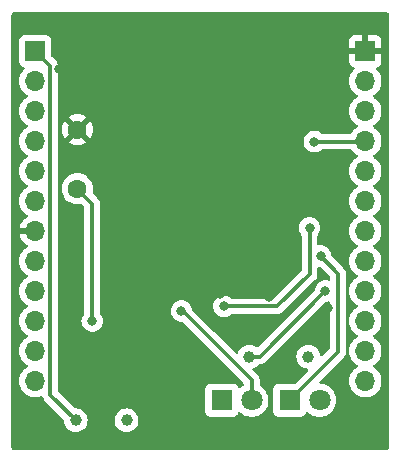
<source format=gbr>
%TF.GenerationSoftware,KiCad,Pcbnew,8.0.3*%
%TF.CreationDate,2024-07-23T20:10:18-07:00*%
%TF.ProjectId,BM-83 Carrier PCB,424d2d38-3320-4436-9172-726965722050,rev?*%
%TF.SameCoordinates,Original*%
%TF.FileFunction,Copper,L2,Bot*%
%TF.FilePolarity,Positive*%
%FSLAX46Y46*%
G04 Gerber Fmt 4.6, Leading zero omitted, Abs format (unit mm)*
G04 Created by KiCad (PCBNEW 8.0.3) date 2024-07-23 20:10:18*
%MOMM*%
%LPD*%
G01*
G04 APERTURE LIST*
%TA.AperFunction,ComponentPad*%
%ADD10C,1.000000*%
%TD*%
%TA.AperFunction,ComponentPad*%
%ADD11R,1.800000X1.800000*%
%TD*%
%TA.AperFunction,ComponentPad*%
%ADD12C,1.800000*%
%TD*%
%TA.AperFunction,ComponentPad*%
%ADD13R,1.700000X1.700000*%
%TD*%
%TA.AperFunction,ComponentPad*%
%ADD14O,1.700000X1.700000*%
%TD*%
%TA.AperFunction,ComponentPad*%
%ADD15C,1.600000*%
%TD*%
%TA.AperFunction,ViaPad*%
%ADD16C,0.800000*%
%TD*%
%TA.AperFunction,Conductor*%
%ADD17C,0.304800*%
%TD*%
G04 APERTURE END LIST*
D10*
%TO.P,RX1,1,1*%
%TO.N,Net-(J2-Pin_10)*%
X155200000Y-95200000D03*
%TD*%
%TO.P,TX1,1,1*%
%TO.N,Net-(J2-Pin_9)*%
X150200000Y-95200000D03*
%TD*%
%TO.P,Aud1,1,1*%
%TO.N,Net-(J1-Pin_1)*%
X135500000Y-100600000D03*
%TD*%
%TO.P,Aud2,1,1*%
%TO.N,Net-(J1-Pin_2)*%
X139800000Y-100600000D03*
%TD*%
D11*
%TO.P,D2,1,K*%
%TO.N,Net-(D2-K)*%
X147860000Y-98900000D03*
D12*
%TO.P,D2,2,A*%
%TO.N,Net-(D1-A)*%
X150400000Y-98900000D03*
%TD*%
D11*
%TO.P,D1,1,K*%
%TO.N,Net-(D1-K)*%
X153600000Y-98900000D03*
D12*
%TO.P,D1,2,A*%
%TO.N,Net-(D1-A)*%
X156140000Y-98900000D03*
%TD*%
D13*
%TO.P,J2,1,Pin_1*%
%TO.N,GND*%
X160020000Y-69342000D03*
D14*
%TO.P,J2,2,Pin_2*%
%TO.N,Net-(J2-Pin_2)*%
X160020000Y-71882000D03*
%TO.P,J2,3,Pin_3*%
%TO.N,Net-(J2-Pin_3)*%
X160020000Y-74422000D03*
%TO.P,J2,4,Pin_4*%
%TO.N,Net-(J2-Pin_4)*%
X160020000Y-76962000D03*
%TO.P,J2,5,Pin_5*%
%TO.N,unconnected-(J2-Pin_5-Pad5)*%
X160020000Y-79502000D03*
%TO.P,J2,6,Pin_6*%
%TO.N,unconnected-(J2-Pin_6-Pad6)*%
X160020000Y-82042000D03*
%TO.P,J2,7,Pin_7*%
%TO.N,Net-(J2-Pin_7)*%
X160020000Y-84582000D03*
%TO.P,J2,8,Pin_8*%
%TO.N,unconnected-(J2-Pin_8-Pad8)*%
X160020000Y-87122000D03*
%TO.P,J2,9,Pin_9*%
%TO.N,Net-(J2-Pin_9)*%
X160020000Y-89662000D03*
%TO.P,J2,10,Pin_10*%
%TO.N,Net-(J2-Pin_10)*%
X160020000Y-92202000D03*
%TO.P,J2,11,Pin_11*%
%TO.N,unconnected-(J2-Pin_11-Pad11)*%
X160020000Y-94742000D03*
%TO.P,J2,12,Pin_12*%
%TO.N,unconnected-(J2-Pin_12-Pad12)*%
X160020000Y-97282000D03*
%TD*%
D13*
%TO.P,J1,1,Pin_1*%
%TO.N,Net-(J1-Pin_1)*%
X132080000Y-69342000D03*
D14*
%TO.P,J1,2,Pin_2*%
%TO.N,Net-(J1-Pin_2)*%
X132080000Y-71882000D03*
%TO.P,J1,3,Pin_3*%
%TO.N,unconnected-(J1-Pin_3-Pad3)*%
X132080000Y-74422000D03*
%TO.P,J1,4,Pin_4*%
%TO.N,unconnected-(J1-Pin_4-Pad4)*%
X132080000Y-76962000D03*
%TO.P,J1,5,Pin_5*%
%TO.N,Net-(J1-Pin_5)*%
X132080000Y-79502000D03*
%TO.P,J1,6,Pin_6*%
%TO.N,Net-(J1-Pin_6)*%
X132080000Y-82042000D03*
%TO.P,J1,7,Pin_7*%
%TO.N,GND*%
X132080000Y-84582000D03*
%TO.P,J1,8,Pin_8*%
%TO.N,Net-(J1-Pin_8)*%
X132080000Y-87122000D03*
%TO.P,J1,9,Pin_9*%
%TO.N,unconnected-(J1-Pin_9-Pad9)*%
X132080000Y-89662000D03*
%TO.P,J1,10,Pin_10*%
%TO.N,Net-(J1-Pin_10)*%
X132080000Y-92202000D03*
%TO.P,J1,11,Pin_11*%
%TO.N,Net-(D1-A)*%
X132080000Y-94742000D03*
%TO.P,J1,12,Pin_12*%
%TO.N,Net-(J1-Pin_12)*%
X132080000Y-97282000D03*
%TD*%
D15*
%TO.P,C1,1*%
%TO.N,Net-(J1-Pin_10)*%
X135636000Y-80986000D03*
%TO.P,C1,2*%
%TO.N,GND*%
X135636000Y-75986000D03*
%TD*%
D16*
%TO.N,GND*%
X139700000Y-95800000D03*
X142100000Y-76700000D03*
X135700000Y-84500000D03*
X156900000Y-91100000D03*
X147700000Y-89900000D03*
X148100000Y-68600000D03*
X142800000Y-70000000D03*
X149860000Y-85090000D03*
X141986000Y-72898000D03*
X155700000Y-75200000D03*
X142100000Y-101000000D03*
X157200000Y-84400000D03*
X157226000Y-75184000D03*
X155300000Y-71300000D03*
X142500000Y-84700000D03*
X143000000Y-81100000D03*
X156400000Y-68400000D03*
X139500000Y-93400000D03*
X139100000Y-90300000D03*
X135200000Y-96000000D03*
X155700000Y-81900000D03*
X135636000Y-68834000D03*
X144900000Y-98400000D03*
X135300000Y-93600000D03*
X134112000Y-70866000D03*
X135100000Y-88900000D03*
X142700000Y-91500000D03*
X148600000Y-74200000D03*
X159800000Y-101100000D03*
X134874000Y-73406000D03*
X142800000Y-94800000D03*
X156900000Y-79800000D03*
X146300000Y-85000000D03*
X148200000Y-78200000D03*
X152900000Y-95200000D03*
X151892000Y-90170000D03*
X147400000Y-81700000D03*
%TO.N,Net-(J1-Pin_10)*%
X136900000Y-92202000D03*
%TO.N,Net-(D1-A)*%
X144450000Y-91350000D03*
%TO.N,Net-(D1-K)*%
X156223973Y-86676027D03*
%TO.N,Net-(D2-K)*%
X148050000Y-90950000D03*
X155300000Y-84300000D03*
%TO.N,Net-(J2-Pin_9)*%
X156638000Y-89662000D03*
%TO.N,Net-(J2-Pin_4)*%
X155700000Y-77000000D03*
%TD*%
D17*
%TO.N,Net-(J1-Pin_1)*%
X135500000Y-100600000D02*
X133359600Y-98459600D01*
X133359600Y-98459600D02*
X133359600Y-70621600D01*
X133359600Y-70621600D02*
X132080000Y-69342000D01*
%TO.N,Net-(J1-Pin_10)*%
X136900000Y-92202000D02*
X136900000Y-82250000D01*
X136900000Y-82250000D02*
X135636000Y-80986000D01*
%TO.N,Net-(D1-A)*%
X144450000Y-91350000D02*
X144550000Y-91350000D01*
X150400000Y-97200000D02*
X150400000Y-98900000D01*
X144550000Y-91350000D02*
X150400000Y-97200000D01*
%TO.N,Net-(D1-K)*%
X157724400Y-94775600D02*
X153600000Y-98900000D01*
X157724400Y-88176454D02*
X157724400Y-94775600D01*
X156223973Y-86676027D02*
X157724400Y-88176454D01*
%TO.N,Net-(D2-K)*%
X155300000Y-84300000D02*
X155300000Y-88200000D01*
X155300000Y-88200000D02*
X152550000Y-90950000D01*
X152550000Y-90950000D02*
X148050000Y-90950000D01*
%TO.N,Net-(J2-Pin_9)*%
X156638000Y-89662000D02*
X151100000Y-95200000D01*
X151100000Y-95200000D02*
X150200000Y-95200000D01*
%TO.N,Net-(J2-Pin_4)*%
X159982000Y-77000000D02*
X160020000Y-76962000D01*
X155700000Y-77000000D02*
X159982000Y-77000000D01*
%TD*%
%TA.AperFunction,Conductor*%
%TO.N,GND*%
G36*
X161810170Y-66042421D02*
G01*
X161836458Y-66047649D01*
X161870621Y-66054445D01*
X161916037Y-66073257D01*
X161956768Y-66100472D01*
X161991527Y-66135231D01*
X162018741Y-66175959D01*
X162037554Y-66221378D01*
X162049579Y-66281829D01*
X162052000Y-66306411D01*
X162052000Y-102857588D01*
X162049579Y-102882170D01*
X162037554Y-102942621D01*
X162018741Y-102988040D01*
X161991530Y-103028765D01*
X161956765Y-103063530D01*
X161916040Y-103090741D01*
X161870622Y-103109554D01*
X161832376Y-103117162D01*
X161810169Y-103121579D01*
X161785589Y-103124000D01*
X130314411Y-103124000D01*
X130289829Y-103121579D01*
X130229378Y-103109554D01*
X130183959Y-103090741D01*
X130143231Y-103063527D01*
X130108472Y-103028768D01*
X130081257Y-102988037D01*
X130062445Y-102942619D01*
X130050421Y-102882168D01*
X130048000Y-102857588D01*
X130048000Y-71882000D01*
X130716844Y-71882000D01*
X130735437Y-72106375D01*
X130790702Y-72324612D01*
X130790703Y-72324613D01*
X130881141Y-72530793D01*
X131004275Y-72719265D01*
X131004279Y-72719270D01*
X131156762Y-72884908D01*
X131211331Y-72927381D01*
X131334424Y-73023189D01*
X131367680Y-73041186D01*
X131418071Y-73091200D01*
X131433423Y-73160516D01*
X131408862Y-73227129D01*
X131367680Y-73262813D01*
X131334426Y-73280810D01*
X131334424Y-73280811D01*
X131156762Y-73419091D01*
X131004279Y-73584729D01*
X131004275Y-73584734D01*
X130881141Y-73773206D01*
X130790703Y-73979386D01*
X130790702Y-73979387D01*
X130735437Y-74197624D01*
X130716844Y-74422000D01*
X130735437Y-74646375D01*
X130790702Y-74864612D01*
X130790703Y-74864613D01*
X130790704Y-74864616D01*
X130881140Y-75070791D01*
X130881141Y-75070793D01*
X131004275Y-75259265D01*
X131004279Y-75259270D01*
X131156762Y-75424908D01*
X131211331Y-75467381D01*
X131334424Y-75563189D01*
X131367680Y-75581186D01*
X131418071Y-75631200D01*
X131433423Y-75700516D01*
X131408862Y-75767129D01*
X131367680Y-75802813D01*
X131334426Y-75820810D01*
X131334424Y-75820811D01*
X131156762Y-75959091D01*
X131004279Y-76124729D01*
X131004275Y-76124734D01*
X130881141Y-76313206D01*
X130790703Y-76519386D01*
X130790702Y-76519387D01*
X130735437Y-76737624D01*
X130735436Y-76737630D01*
X130735436Y-76737632D01*
X130716844Y-76962000D01*
X130730192Y-77123088D01*
X130735437Y-77186375D01*
X130790702Y-77404612D01*
X130790703Y-77404613D01*
X130881141Y-77610793D01*
X131004275Y-77799265D01*
X131004279Y-77799270D01*
X131156762Y-77964908D01*
X131211331Y-78007381D01*
X131334424Y-78103189D01*
X131367680Y-78121186D01*
X131418071Y-78171200D01*
X131433423Y-78240516D01*
X131408862Y-78307129D01*
X131367680Y-78342813D01*
X131334426Y-78360810D01*
X131334424Y-78360811D01*
X131156762Y-78499091D01*
X131004279Y-78664729D01*
X131004275Y-78664734D01*
X130881141Y-78853206D01*
X130790703Y-79059386D01*
X130790702Y-79059387D01*
X130735437Y-79277624D01*
X130735436Y-79277630D01*
X130735436Y-79277632D01*
X130716844Y-79502000D01*
X130730972Y-79672502D01*
X130735437Y-79726375D01*
X130790702Y-79944612D01*
X130790703Y-79944613D01*
X130881141Y-80150793D01*
X131004275Y-80339265D01*
X131004279Y-80339270D01*
X131156762Y-80504908D01*
X131197682Y-80536757D01*
X131334424Y-80643189D01*
X131367680Y-80661186D01*
X131418071Y-80711200D01*
X131433423Y-80780516D01*
X131408862Y-80847129D01*
X131367680Y-80882813D01*
X131334426Y-80900810D01*
X131334424Y-80900811D01*
X131156762Y-81039091D01*
X131004279Y-81204729D01*
X131004275Y-81204734D01*
X130881141Y-81393206D01*
X130790703Y-81599386D01*
X130790702Y-81599387D01*
X130735437Y-81817624D01*
X130735436Y-81817630D01*
X130735436Y-81817632D01*
X130716844Y-82042000D01*
X130734237Y-82251901D01*
X130735437Y-82266375D01*
X130790702Y-82484612D01*
X130790703Y-82484613D01*
X130790704Y-82484616D01*
X130819016Y-82549161D01*
X130881141Y-82690793D01*
X131004275Y-82879265D01*
X131004279Y-82879270D01*
X131156762Y-83044908D01*
X131211331Y-83087381D01*
X131334424Y-83183189D01*
X131368205Y-83201470D01*
X131418596Y-83251482D01*
X131433949Y-83320799D01*
X131409389Y-83387412D01*
X131368209Y-83423096D01*
X131334704Y-83441228D01*
X131334698Y-83441232D01*
X131157097Y-83579465D01*
X131004674Y-83745041D01*
X130881580Y-83933451D01*
X130791179Y-84139543D01*
X130791176Y-84139550D01*
X130743455Y-84327999D01*
X130743456Y-84328000D01*
X131649297Y-84328000D01*
X131614075Y-84389007D01*
X131580000Y-84516174D01*
X131580000Y-84647826D01*
X131614075Y-84774993D01*
X131649297Y-84836000D01*
X130743455Y-84836000D01*
X130791176Y-85024449D01*
X130791179Y-85024456D01*
X130881580Y-85230548D01*
X131004674Y-85418958D01*
X131157097Y-85584534D01*
X131334698Y-85722767D01*
X131334704Y-85722771D01*
X131368207Y-85740902D01*
X131418597Y-85790915D01*
X131433949Y-85860232D01*
X131409388Y-85926845D01*
X131368207Y-85962528D01*
X131334430Y-85980807D01*
X131334424Y-85980811D01*
X131156762Y-86119091D01*
X131004279Y-86284729D01*
X131004275Y-86284734D01*
X130881141Y-86473206D01*
X130790703Y-86679386D01*
X130790702Y-86679387D01*
X130735437Y-86897624D01*
X130716844Y-87122000D01*
X130735437Y-87346375D01*
X130790702Y-87564612D01*
X130790703Y-87564613D01*
X130790704Y-87564616D01*
X130874282Y-87755157D01*
X130881141Y-87770793D01*
X131004275Y-87959265D01*
X131004279Y-87959270D01*
X131156762Y-88124908D01*
X131169609Y-88134907D01*
X131334424Y-88263189D01*
X131367680Y-88281186D01*
X131418071Y-88331200D01*
X131433423Y-88400516D01*
X131408862Y-88467129D01*
X131367680Y-88502813D01*
X131334426Y-88520810D01*
X131334424Y-88520811D01*
X131156762Y-88659091D01*
X131004279Y-88824729D01*
X131004275Y-88824734D01*
X130881141Y-89013206D01*
X130790703Y-89219386D01*
X130790702Y-89219387D01*
X130735437Y-89437624D01*
X130735436Y-89437630D01*
X130735436Y-89437632D01*
X130717039Y-89659649D01*
X130716844Y-89662000D01*
X130735437Y-89886375D01*
X130790702Y-90104612D01*
X130790703Y-90104613D01*
X130790704Y-90104616D01*
X130870363Y-90286221D01*
X130881141Y-90310793D01*
X131004275Y-90499265D01*
X131004279Y-90499270D01*
X131156762Y-90664908D01*
X131211331Y-90707381D01*
X131334424Y-90803189D01*
X131367680Y-90821186D01*
X131418071Y-90871200D01*
X131433423Y-90940516D01*
X131408862Y-91007129D01*
X131367680Y-91042813D01*
X131334426Y-91060810D01*
X131334424Y-91060811D01*
X131156762Y-91199091D01*
X131004279Y-91364729D01*
X131004275Y-91364734D01*
X130881141Y-91553206D01*
X130790703Y-91759386D01*
X130790702Y-91759387D01*
X130735437Y-91977624D01*
X130735436Y-91977630D01*
X130735436Y-91977632D01*
X130716844Y-92202000D01*
X130732582Y-92391928D01*
X130735437Y-92426375D01*
X130790702Y-92644612D01*
X130790703Y-92644613D01*
X130790704Y-92644616D01*
X130832080Y-92738944D01*
X130881141Y-92850793D01*
X131004275Y-93039265D01*
X131004279Y-93039270D01*
X131156762Y-93204908D01*
X131211331Y-93247381D01*
X131334424Y-93343189D01*
X131367680Y-93361186D01*
X131418071Y-93411200D01*
X131433423Y-93480516D01*
X131408862Y-93547129D01*
X131367680Y-93582813D01*
X131334426Y-93600810D01*
X131334424Y-93600811D01*
X131156762Y-93739091D01*
X131004279Y-93904729D01*
X131004275Y-93904734D01*
X130881141Y-94093206D01*
X130790703Y-94299386D01*
X130790702Y-94299387D01*
X130735437Y-94517624D01*
X130735436Y-94517630D01*
X130735436Y-94517632D01*
X130716844Y-94742000D01*
X130733456Y-94942478D01*
X130735437Y-94966375D01*
X130790702Y-95184612D01*
X130790703Y-95184613D01*
X130790704Y-95184616D01*
X130841020Y-95299325D01*
X130881141Y-95390793D01*
X131004275Y-95579265D01*
X131004279Y-95579270D01*
X131156762Y-95744908D01*
X131180012Y-95763004D01*
X131334424Y-95883189D01*
X131367680Y-95901186D01*
X131418071Y-95951200D01*
X131433423Y-96020516D01*
X131408862Y-96087129D01*
X131367680Y-96122813D01*
X131334426Y-96140810D01*
X131334424Y-96140811D01*
X131156762Y-96279091D01*
X131004279Y-96444729D01*
X131004275Y-96444734D01*
X130881141Y-96633206D01*
X130790703Y-96839386D01*
X130790702Y-96839387D01*
X130735437Y-97057624D01*
X130735436Y-97057630D01*
X130735436Y-97057632D01*
X130716844Y-97282000D01*
X130734743Y-97498009D01*
X130735437Y-97506375D01*
X130790702Y-97724612D01*
X130790703Y-97724613D01*
X130790704Y-97724616D01*
X130846581Y-97852003D01*
X130881141Y-97930793D01*
X131004275Y-98119265D01*
X131004279Y-98119270D01*
X131156762Y-98284908D01*
X131211331Y-98327381D01*
X131334424Y-98423189D01*
X131532426Y-98530342D01*
X131532427Y-98530342D01*
X131532428Y-98530343D01*
X131601156Y-98553937D01*
X131745365Y-98603444D01*
X131967431Y-98640500D01*
X131967435Y-98640500D01*
X132192565Y-98640500D01*
X132192569Y-98640500D01*
X132414635Y-98603444D01*
X132558844Y-98553936D01*
X132629766Y-98550736D01*
X132691162Y-98586388D01*
X132722267Y-98646471D01*
X132722304Y-98646460D01*
X132722363Y-98646656D01*
X132723332Y-98648527D01*
X132724098Y-98652377D01*
X132773918Y-98772654D01*
X132846245Y-98880899D01*
X132846247Y-98880901D01*
X134451539Y-100486193D01*
X134485565Y-100548505D01*
X134487837Y-100587633D01*
X134486621Y-100599996D01*
X134486620Y-100600004D01*
X134506090Y-100797694D01*
X134506091Y-100797700D01*
X134506092Y-100797701D01*
X134563759Y-100987804D01*
X134657405Y-101163004D01*
X134783432Y-101316568D01*
X134936996Y-101442595D01*
X135112196Y-101536241D01*
X135302299Y-101593908D01*
X135302303Y-101593908D01*
X135302305Y-101593909D01*
X135499997Y-101613380D01*
X135500000Y-101613380D01*
X135500003Y-101613380D01*
X135697694Y-101593909D01*
X135697695Y-101593908D01*
X135697701Y-101593908D01*
X135887804Y-101536241D01*
X136063004Y-101442595D01*
X136216568Y-101316568D01*
X136342595Y-101163004D01*
X136436241Y-100987804D01*
X136493908Y-100797701D01*
X136513380Y-100600000D01*
X136513380Y-100599996D01*
X138786620Y-100599996D01*
X138786620Y-100600003D01*
X138806090Y-100797694D01*
X138806091Y-100797700D01*
X138806092Y-100797701D01*
X138863759Y-100987804D01*
X138957405Y-101163004D01*
X139083432Y-101316568D01*
X139236996Y-101442595D01*
X139412196Y-101536241D01*
X139602299Y-101593908D01*
X139602303Y-101593908D01*
X139602305Y-101593909D01*
X139799997Y-101613380D01*
X139800000Y-101613380D01*
X139800003Y-101613380D01*
X139997694Y-101593909D01*
X139997695Y-101593908D01*
X139997701Y-101593908D01*
X140187804Y-101536241D01*
X140363004Y-101442595D01*
X140516568Y-101316568D01*
X140642595Y-101163004D01*
X140736241Y-100987804D01*
X140793908Y-100797701D01*
X140813380Y-100600000D01*
X140813380Y-100599996D01*
X140793909Y-100402305D01*
X140793908Y-100402303D01*
X140793908Y-100402299D01*
X140736241Y-100212196D01*
X140642595Y-100036996D01*
X140516568Y-99883432D01*
X140363004Y-99757405D01*
X140187804Y-99663759D01*
X139997701Y-99606092D01*
X139997700Y-99606091D01*
X139997694Y-99606090D01*
X139800003Y-99586620D01*
X139799997Y-99586620D01*
X139602305Y-99606090D01*
X139412195Y-99663759D01*
X139236995Y-99757405D01*
X139083432Y-99883432D01*
X138957405Y-100036995D01*
X138863759Y-100212195D01*
X138806090Y-100402305D01*
X138786620Y-100599996D01*
X136513380Y-100599996D01*
X136493909Y-100402305D01*
X136493908Y-100402303D01*
X136493908Y-100402299D01*
X136436241Y-100212196D01*
X136342595Y-100036996D01*
X136216568Y-99883432D01*
X136063004Y-99757405D01*
X135887804Y-99663759D01*
X135697701Y-99606092D01*
X135697700Y-99606091D01*
X135697694Y-99606090D01*
X135500004Y-99586620D01*
X135500001Y-99586620D01*
X135500000Y-99586620D01*
X135487634Y-99587837D01*
X135417883Y-99574607D01*
X135386193Y-99551539D01*
X134057405Y-98222751D01*
X134023379Y-98160439D01*
X134020500Y-98133656D01*
X134020500Y-80986000D01*
X134322502Y-80986000D01*
X134342457Y-81214087D01*
X134401716Y-81435243D01*
X134498477Y-81642749D01*
X134629802Y-81830300D01*
X134791700Y-81992198D01*
X134979251Y-82123523D01*
X135186757Y-82220284D01*
X135407913Y-82279543D01*
X135636000Y-82299498D01*
X135864087Y-82279543D01*
X135896980Y-82270729D01*
X135967954Y-82272417D01*
X136018686Y-82303340D01*
X136202195Y-82486849D01*
X136236221Y-82549161D01*
X136239100Y-82575944D01*
X136239100Y-91529905D01*
X136219098Y-91598026D01*
X136206737Y-91614215D01*
X136160957Y-91665059D01*
X136065476Y-91830438D01*
X136065473Y-91830445D01*
X136006457Y-92012072D01*
X135986496Y-92202000D01*
X136006457Y-92391927D01*
X136036526Y-92484470D01*
X136065473Y-92573556D01*
X136065476Y-92573561D01*
X136160958Y-92738941D01*
X136160965Y-92738951D01*
X136288744Y-92880864D01*
X136288747Y-92880866D01*
X136443248Y-92993118D01*
X136617712Y-93070794D01*
X136804513Y-93110500D01*
X136995487Y-93110500D01*
X137182288Y-93070794D01*
X137356752Y-92993118D01*
X137511253Y-92880866D01*
X137639040Y-92738944D01*
X137734527Y-92573556D01*
X137793542Y-92391928D01*
X137813504Y-92202000D01*
X137793542Y-92012072D01*
X137734527Y-91830444D01*
X137639040Y-91665056D01*
X137593263Y-91614215D01*
X137562546Y-91550207D01*
X137560900Y-91529905D01*
X137560900Y-91350000D01*
X143536496Y-91350000D01*
X143556457Y-91539927D01*
X143585355Y-91628864D01*
X143615473Y-91721556D01*
X143615476Y-91721561D01*
X143710958Y-91886941D01*
X143710965Y-91886951D01*
X143838744Y-92028864D01*
X143838747Y-92028866D01*
X143993248Y-92141118D01*
X144167712Y-92218794D01*
X144354513Y-92258500D01*
X144471656Y-92258500D01*
X144539777Y-92278502D01*
X144560751Y-92295405D01*
X149702195Y-97436848D01*
X149736221Y-97499160D01*
X149739100Y-97525943D01*
X149739100Y-97581055D01*
X149719098Y-97649176D01*
X149673071Y-97691868D01*
X149626984Y-97716809D01*
X149626983Y-97716810D01*
X149442778Y-97860182D01*
X149438946Y-97863711D01*
X149437581Y-97862228D01*
X149384129Y-97894333D01*
X149313165Y-97892180D01*
X149254630Y-97852003D01*
X149234258Y-97816449D01*
X149210889Y-97753797D01*
X149210887Y-97753792D01*
X149123261Y-97636738D01*
X149006207Y-97549112D01*
X149006202Y-97549110D01*
X148869204Y-97498011D01*
X148869196Y-97498009D01*
X148808649Y-97491500D01*
X148808638Y-97491500D01*
X146911362Y-97491500D01*
X146911350Y-97491500D01*
X146850803Y-97498009D01*
X146850795Y-97498011D01*
X146713797Y-97549110D01*
X146713792Y-97549112D01*
X146596738Y-97636738D01*
X146509112Y-97753792D01*
X146509110Y-97753797D01*
X146458011Y-97890795D01*
X146458009Y-97890803D01*
X146451500Y-97951350D01*
X146451500Y-99848649D01*
X146458009Y-99909196D01*
X146458011Y-99909204D01*
X146509110Y-100046202D01*
X146509112Y-100046207D01*
X146596738Y-100163261D01*
X146713792Y-100250887D01*
X146713794Y-100250888D01*
X146713796Y-100250889D01*
X146765243Y-100270078D01*
X146850795Y-100301988D01*
X146850803Y-100301990D01*
X146911350Y-100308499D01*
X146911355Y-100308499D01*
X146911362Y-100308500D01*
X146911368Y-100308500D01*
X148808632Y-100308500D01*
X148808638Y-100308500D01*
X148808645Y-100308499D01*
X148808649Y-100308499D01*
X148869196Y-100301990D01*
X148869199Y-100301989D01*
X148869201Y-100301989D01*
X149006204Y-100250889D01*
X149123261Y-100163261D01*
X149210889Y-100046204D01*
X149234258Y-99983547D01*
X149276804Y-99926715D01*
X149343325Y-99901904D01*
X149412699Y-99916996D01*
X149438294Y-99936996D01*
X149438946Y-99936289D01*
X149442778Y-99939817D01*
X149498966Y-99983550D01*
X149626983Y-100083190D01*
X149832273Y-100194287D01*
X150053049Y-100270080D01*
X150283288Y-100308500D01*
X150283292Y-100308500D01*
X150516708Y-100308500D01*
X150516712Y-100308500D01*
X150746951Y-100270080D01*
X150967727Y-100194287D01*
X151173017Y-100083190D01*
X151357220Y-99939818D01*
X151369283Y-99926715D01*
X151515314Y-99768083D01*
X151583472Y-99663759D01*
X151642984Y-99572669D01*
X151736749Y-99358907D01*
X151794051Y-99132626D01*
X151813327Y-98900000D01*
X151794051Y-98667374D01*
X151759350Y-98530341D01*
X151736750Y-98441096D01*
X151736747Y-98441089D01*
X151728895Y-98423189D01*
X151642984Y-98227331D01*
X151615881Y-98185846D01*
X151515314Y-98031916D01*
X151357225Y-97860186D01*
X151357221Y-97860182D01*
X151265118Y-97788496D01*
X151173017Y-97716810D01*
X151162895Y-97711332D01*
X151126929Y-97691868D01*
X151076539Y-97641854D01*
X151060900Y-97581055D01*
X151060900Y-97134908D01*
X151060899Y-97134904D01*
X151035502Y-97007223D01*
X150985682Y-96886946D01*
X150913355Y-96778701D01*
X150821299Y-96686645D01*
X150821298Y-96686644D01*
X150816898Y-96682244D01*
X150816887Y-96682234D01*
X150493299Y-96358646D01*
X150459273Y-96296334D01*
X150464338Y-96225519D01*
X150506885Y-96168683D01*
X150545819Y-96148976D01*
X150587804Y-96136241D01*
X150763004Y-96042595D01*
X150916568Y-95916568D01*
X150924447Y-95906966D01*
X150983124Y-95866998D01*
X151021847Y-95860900D01*
X151165092Y-95860900D01*
X151165093Y-95860900D01*
X151292777Y-95835502D01*
X151413054Y-95785682D01*
X151521299Y-95713355D01*
X156627249Y-90607405D01*
X156689561Y-90573379D01*
X156716344Y-90570500D01*
X156733491Y-90570500D01*
X156911302Y-90532704D01*
X156982093Y-90538105D01*
X157038726Y-90580921D01*
X157063220Y-90647559D01*
X157063500Y-90655950D01*
X157063500Y-94449656D01*
X157043498Y-94517777D01*
X157026599Y-94538746D01*
X156711165Y-94854181D01*
X156415381Y-95149965D01*
X156353069Y-95183990D01*
X156282253Y-95178925D01*
X156225418Y-95136378D01*
X156200893Y-95073218D01*
X156193909Y-95002306D01*
X156193908Y-95002304D01*
X156193908Y-95002299D01*
X156136241Y-94812196D01*
X156042595Y-94636996D01*
X155916568Y-94483432D01*
X155763004Y-94357405D01*
X155587804Y-94263759D01*
X155397701Y-94206092D01*
X155397700Y-94206091D01*
X155397694Y-94206090D01*
X155200003Y-94186620D01*
X155199997Y-94186620D01*
X155002305Y-94206090D01*
X154812195Y-94263759D01*
X154636995Y-94357405D01*
X154483432Y-94483432D01*
X154357405Y-94636995D01*
X154263759Y-94812195D01*
X154206090Y-95002305D01*
X154186620Y-95199996D01*
X154186620Y-95200003D01*
X154206090Y-95397694D01*
X154206091Y-95397700D01*
X154206092Y-95397701D01*
X154263759Y-95587804D01*
X154357405Y-95763004D01*
X154483432Y-95916568D01*
X154636996Y-96042595D01*
X154812196Y-96136241D01*
X155002299Y-96193908D01*
X155002304Y-96193908D01*
X155002306Y-96193909D01*
X155073218Y-96200893D01*
X155139050Y-96227475D01*
X155180061Y-96285429D01*
X155183229Y-96356355D01*
X155149964Y-96415381D01*
X154110751Y-97454595D01*
X154048439Y-97488620D01*
X154021656Y-97491500D01*
X152651350Y-97491500D01*
X152590803Y-97498009D01*
X152590795Y-97498011D01*
X152453797Y-97549110D01*
X152453792Y-97549112D01*
X152336738Y-97636738D01*
X152249112Y-97753792D01*
X152249110Y-97753797D01*
X152198011Y-97890795D01*
X152198009Y-97890803D01*
X152191500Y-97951350D01*
X152191500Y-99848649D01*
X152198009Y-99909196D01*
X152198011Y-99909204D01*
X152249110Y-100046202D01*
X152249112Y-100046207D01*
X152336738Y-100163261D01*
X152453792Y-100250887D01*
X152453794Y-100250888D01*
X152453796Y-100250889D01*
X152505243Y-100270078D01*
X152590795Y-100301988D01*
X152590803Y-100301990D01*
X152651350Y-100308499D01*
X152651355Y-100308499D01*
X152651362Y-100308500D01*
X152651368Y-100308500D01*
X154548632Y-100308500D01*
X154548638Y-100308500D01*
X154548645Y-100308499D01*
X154548649Y-100308499D01*
X154609196Y-100301990D01*
X154609199Y-100301989D01*
X154609201Y-100301989D01*
X154746204Y-100250889D01*
X154863261Y-100163261D01*
X154950889Y-100046204D01*
X154974258Y-99983547D01*
X155016804Y-99926715D01*
X155083325Y-99901904D01*
X155152699Y-99916996D01*
X155178294Y-99936996D01*
X155178946Y-99936289D01*
X155182778Y-99939817D01*
X155238966Y-99983550D01*
X155366983Y-100083190D01*
X155572273Y-100194287D01*
X155793049Y-100270080D01*
X156023288Y-100308500D01*
X156023292Y-100308500D01*
X156256708Y-100308500D01*
X156256712Y-100308500D01*
X156486951Y-100270080D01*
X156707727Y-100194287D01*
X156913017Y-100083190D01*
X157097220Y-99939818D01*
X157109283Y-99926715D01*
X157255314Y-99768083D01*
X157323472Y-99663759D01*
X157382984Y-99572669D01*
X157476749Y-99358907D01*
X157534051Y-99132626D01*
X157553327Y-98900000D01*
X157534051Y-98667374D01*
X157499350Y-98530341D01*
X157476750Y-98441096D01*
X157476747Y-98441089D01*
X157468895Y-98423189D01*
X157382984Y-98227331D01*
X157355881Y-98185846D01*
X157255314Y-98031916D01*
X157097225Y-97860186D01*
X157097221Y-97860182D01*
X157005118Y-97788496D01*
X156913017Y-97716810D01*
X156707727Y-97605713D01*
X156707724Y-97605712D01*
X156707723Y-97605711D01*
X156486955Y-97529921D01*
X156486948Y-97529919D01*
X156388411Y-97513476D01*
X156256712Y-97491500D01*
X156247343Y-97491500D01*
X156179222Y-97471498D01*
X156132729Y-97417842D01*
X156122625Y-97347568D01*
X156152119Y-97282988D01*
X156158248Y-97276405D01*
X156595269Y-96839384D01*
X158135323Y-95299328D01*
X158135328Y-95299325D01*
X158145697Y-95288955D01*
X158145699Y-95288955D01*
X158237755Y-95196899D01*
X158310082Y-95088654D01*
X158359902Y-94968377D01*
X158376100Y-94886946D01*
X158385300Y-94840694D01*
X158385300Y-94710507D01*
X158385300Y-88111361D01*
X158359902Y-87983677D01*
X158310082Y-87863400D01*
X158237755Y-87755155D01*
X158145699Y-87663099D01*
X158145698Y-87663098D01*
X158141309Y-87658709D01*
X158141297Y-87658698D01*
X157166541Y-86683941D01*
X157132518Y-86621632D01*
X157130329Y-86608019D01*
X157117515Y-86486099D01*
X157113326Y-86473206D01*
X157058500Y-86304471D01*
X156963013Y-86139083D01*
X156963011Y-86139081D01*
X156963007Y-86139075D01*
X156835228Y-85997162D01*
X156680725Y-85884909D01*
X156506261Y-85807233D01*
X156319460Y-85767527D01*
X156128486Y-85767527D01*
X156128484Y-85767527D01*
X156113092Y-85770798D01*
X156042301Y-85765393D01*
X155985670Y-85722574D01*
X155961179Y-85655935D01*
X155960900Y-85647550D01*
X155960900Y-84972094D01*
X155980902Y-84903973D01*
X155993264Y-84887783D01*
X156039040Y-84836944D01*
X156134527Y-84671556D01*
X156193542Y-84489928D01*
X156213504Y-84300000D01*
X156193542Y-84110072D01*
X156134527Y-83928444D01*
X156134523Y-83928438D01*
X156134523Y-83928436D01*
X156039041Y-83763058D01*
X156039034Y-83763048D01*
X155911255Y-83621135D01*
X155756752Y-83508882D01*
X155582288Y-83431206D01*
X155395487Y-83391500D01*
X155204513Y-83391500D01*
X155017711Y-83431206D01*
X154843247Y-83508882D01*
X154688744Y-83621135D01*
X154560965Y-83763048D01*
X154560958Y-83763058D01*
X154465477Y-83928436D01*
X154465473Y-83928445D01*
X154406457Y-84110072D01*
X154386496Y-84300000D01*
X154406457Y-84489927D01*
X154436374Y-84582000D01*
X154465473Y-84671556D01*
X154465476Y-84671561D01*
X154560958Y-84836941D01*
X154560962Y-84836946D01*
X154606736Y-84887783D01*
X154637453Y-84951791D01*
X154639100Y-84972094D01*
X154639100Y-87874056D01*
X154619098Y-87942177D01*
X154602195Y-87963151D01*
X152313151Y-90252195D01*
X152250839Y-90286221D01*
X152224056Y-90289100D01*
X148726921Y-90289100D01*
X148658800Y-90269098D01*
X148652860Y-90265036D01*
X148506752Y-90158882D01*
X148332288Y-90081206D01*
X148145487Y-90041500D01*
X147954513Y-90041500D01*
X147767711Y-90081206D01*
X147593247Y-90158882D01*
X147438744Y-90271135D01*
X147310965Y-90413048D01*
X147310958Y-90413058D01*
X147215476Y-90578438D01*
X147215473Y-90578445D01*
X147156457Y-90760072D01*
X147136496Y-90950000D01*
X147156457Y-91139927D01*
X147166308Y-91170243D01*
X147215473Y-91321556D01*
X147215476Y-91321561D01*
X147310958Y-91486941D01*
X147310965Y-91486951D01*
X147438744Y-91628864D01*
X147438747Y-91628866D01*
X147593248Y-91741118D01*
X147767712Y-91818794D01*
X147954513Y-91858500D01*
X148145487Y-91858500D01*
X148332288Y-91818794D01*
X148506752Y-91741118D01*
X148652860Y-91634964D01*
X148719728Y-91611105D01*
X148726921Y-91610900D01*
X152615092Y-91610900D01*
X152615093Y-91610900D01*
X152742777Y-91585502D01*
X152863054Y-91535682D01*
X152971299Y-91463355D01*
X155710926Y-88723725D01*
X155710931Y-88723722D01*
X155721297Y-88713355D01*
X155721299Y-88713355D01*
X155813355Y-88621299D01*
X155885682Y-88513054D01*
X155935502Y-88392777D01*
X155935657Y-88392000D01*
X155940187Y-88369229D01*
X155960899Y-88265099D01*
X155960900Y-88265092D01*
X155960900Y-87704502D01*
X155980902Y-87636381D01*
X156034558Y-87589888D01*
X156104832Y-87579784D01*
X156113070Y-87581250D01*
X156128486Y-87584527D01*
X156145628Y-87584527D01*
X156213749Y-87604529D01*
X156234723Y-87621431D01*
X157026595Y-88413302D01*
X157060620Y-88475615D01*
X157063500Y-88502398D01*
X157063500Y-88668049D01*
X157043498Y-88736170D01*
X156989842Y-88782663D01*
X156919568Y-88792767D01*
X156911303Y-88791296D01*
X156733487Y-88753500D01*
X156542513Y-88753500D01*
X156355711Y-88793206D01*
X156181247Y-88870882D01*
X156026744Y-88983135D01*
X155898965Y-89125048D01*
X155898958Y-89125058D01*
X155803476Y-89290438D01*
X155803473Y-89290445D01*
X155744457Y-89472072D01*
X155731643Y-89593992D01*
X155704629Y-89659649D01*
X155695428Y-89669916D01*
X150978285Y-94387059D01*
X150915973Y-94421085D01*
X150845158Y-94416020D01*
X150809256Y-94395363D01*
X150763004Y-94357405D01*
X150587804Y-94263759D01*
X150397694Y-94206090D01*
X150200003Y-94186620D01*
X150199997Y-94186620D01*
X150002305Y-94206090D01*
X149812195Y-94263759D01*
X149636995Y-94357405D01*
X149483432Y-94483432D01*
X149357405Y-94636995D01*
X149263758Y-94812196D01*
X149263756Y-94812201D01*
X149251022Y-94854181D01*
X149212107Y-94913562D01*
X149147265Y-94942478D01*
X149077084Y-94931747D01*
X149041353Y-94906700D01*
X147245153Y-93110500D01*
X145380826Y-91246172D01*
X145346800Y-91183860D01*
X145344611Y-91170243D01*
X145343542Y-91160076D01*
X145343542Y-91160072D01*
X145284527Y-90978444D01*
X145189040Y-90813056D01*
X145189038Y-90813054D01*
X145189034Y-90813048D01*
X145061255Y-90671135D01*
X144906752Y-90558882D01*
X144732288Y-90481206D01*
X144545487Y-90441500D01*
X144354513Y-90441500D01*
X144167711Y-90481206D01*
X143993247Y-90558882D01*
X143838744Y-90671135D01*
X143710965Y-90813048D01*
X143710958Y-90813058D01*
X143615476Y-90978438D01*
X143615473Y-90978445D01*
X143556457Y-91160072D01*
X143536496Y-91350000D01*
X137560900Y-91350000D01*
X137560900Y-82184908D01*
X137560899Y-82184904D01*
X137535502Y-82057223D01*
X137485682Y-81936946D01*
X137413355Y-81828701D01*
X137321299Y-81736645D01*
X136953340Y-81368686D01*
X136919314Y-81306374D01*
X136920728Y-81246981D01*
X136929543Y-81214087D01*
X136949498Y-80986000D01*
X136929543Y-80757913D01*
X136870284Y-80536757D01*
X136773523Y-80329251D01*
X136642198Y-80141700D01*
X136480300Y-79979802D01*
X136430049Y-79944616D01*
X136292749Y-79848477D01*
X136085246Y-79751717D01*
X136085240Y-79751715D01*
X135990644Y-79726368D01*
X135864087Y-79692457D01*
X135636000Y-79672502D01*
X135407913Y-79692457D01*
X135186759Y-79751715D01*
X135186753Y-79751717D01*
X134979250Y-79848477D01*
X134791703Y-79979799D01*
X134791697Y-79979804D01*
X134629804Y-80141697D01*
X134629799Y-80141703D01*
X134498477Y-80329250D01*
X134401717Y-80536753D01*
X134401715Y-80536759D01*
X134368375Y-80661186D01*
X134342457Y-80757913D01*
X134322502Y-80986000D01*
X134020500Y-80986000D01*
X134020500Y-75986000D01*
X134323004Y-75986000D01*
X134342951Y-76214002D01*
X134402186Y-76435068D01*
X134402188Y-76435073D01*
X134498913Y-76642501D01*
X134548899Y-76713888D01*
X135236000Y-76026788D01*
X135236000Y-76038661D01*
X135263259Y-76140394D01*
X135315920Y-76231606D01*
X135390394Y-76306080D01*
X135481606Y-76358741D01*
X135583339Y-76386000D01*
X135595210Y-76386000D01*
X134908110Y-77073098D01*
X134908110Y-77073100D01*
X134979498Y-77123086D01*
X135186926Y-77219811D01*
X135186931Y-77219813D01*
X135407999Y-77279048D01*
X135407995Y-77279048D01*
X135636000Y-77298995D01*
X135864002Y-77279048D01*
X136085068Y-77219813D01*
X136085073Y-77219811D01*
X136292497Y-77123088D01*
X136363888Y-77073099D01*
X136363888Y-77073097D01*
X136290791Y-77000000D01*
X154786496Y-77000000D01*
X154806457Y-77189927D01*
X154816168Y-77219813D01*
X154865473Y-77371556D01*
X154865476Y-77371561D01*
X154960958Y-77536941D01*
X154960965Y-77536951D01*
X155088744Y-77678864D01*
X155088747Y-77678866D01*
X155243248Y-77791118D01*
X155417712Y-77868794D01*
X155604513Y-77908500D01*
X155795487Y-77908500D01*
X155982288Y-77868794D01*
X156156752Y-77791118D01*
X156302860Y-77684964D01*
X156369728Y-77661105D01*
X156376921Y-77660900D01*
X158785690Y-77660900D01*
X158853811Y-77680902D01*
X158891173Y-77717985D01*
X158944275Y-77799265D01*
X158944279Y-77799270D01*
X159096762Y-77964908D01*
X159151331Y-78007381D01*
X159274424Y-78103189D01*
X159307680Y-78121186D01*
X159358071Y-78171200D01*
X159373423Y-78240516D01*
X159348862Y-78307129D01*
X159307680Y-78342813D01*
X159274426Y-78360810D01*
X159274424Y-78360811D01*
X159096762Y-78499091D01*
X158944279Y-78664729D01*
X158944275Y-78664734D01*
X158821141Y-78853206D01*
X158730703Y-79059386D01*
X158730702Y-79059387D01*
X158675437Y-79277624D01*
X158675436Y-79277630D01*
X158675436Y-79277632D01*
X158656844Y-79502000D01*
X158670972Y-79672502D01*
X158675437Y-79726375D01*
X158730702Y-79944612D01*
X158730703Y-79944613D01*
X158821141Y-80150793D01*
X158944275Y-80339265D01*
X158944279Y-80339270D01*
X159096762Y-80504908D01*
X159137682Y-80536757D01*
X159274424Y-80643189D01*
X159307680Y-80661186D01*
X159358071Y-80711200D01*
X159373423Y-80780516D01*
X159348862Y-80847129D01*
X159307680Y-80882813D01*
X159274426Y-80900810D01*
X159274424Y-80900811D01*
X159096762Y-81039091D01*
X158944279Y-81204729D01*
X158944275Y-81204734D01*
X158821141Y-81393206D01*
X158730703Y-81599386D01*
X158730702Y-81599387D01*
X158675437Y-81817624D01*
X158675436Y-81817630D01*
X158675436Y-81817632D01*
X158656844Y-82042000D01*
X158674237Y-82251901D01*
X158675437Y-82266375D01*
X158730702Y-82484612D01*
X158730703Y-82484613D01*
X158730704Y-82484616D01*
X158759016Y-82549161D01*
X158821141Y-82690793D01*
X158944275Y-82879265D01*
X158944279Y-82879270D01*
X159096762Y-83044908D01*
X159151331Y-83087381D01*
X159274424Y-83183189D01*
X159307680Y-83201186D01*
X159358071Y-83251200D01*
X159373423Y-83320516D01*
X159348862Y-83387129D01*
X159307680Y-83422813D01*
X159274426Y-83440810D01*
X159274424Y-83440811D01*
X159096762Y-83579091D01*
X158944279Y-83744729D01*
X158944275Y-83744734D01*
X158821141Y-83933206D01*
X158730703Y-84139386D01*
X158730702Y-84139387D01*
X158675437Y-84357624D01*
X158675436Y-84357630D01*
X158675436Y-84357632D01*
X158656844Y-84582000D01*
X158673095Y-84778121D01*
X158675437Y-84806375D01*
X158730702Y-85024612D01*
X158730703Y-85024613D01*
X158730704Y-85024616D01*
X158821140Y-85230791D01*
X158821141Y-85230793D01*
X158944275Y-85419265D01*
X158944279Y-85419270D01*
X159096762Y-85584908D01*
X159151331Y-85627381D01*
X159274424Y-85723189D01*
X159307155Y-85740902D01*
X159307680Y-85741186D01*
X159358071Y-85791200D01*
X159373423Y-85860516D01*
X159348862Y-85927129D01*
X159307680Y-85962813D01*
X159274426Y-85980810D01*
X159274424Y-85980811D01*
X159096762Y-86119091D01*
X158944279Y-86284729D01*
X158944275Y-86284734D01*
X158821141Y-86473206D01*
X158730703Y-86679386D01*
X158730702Y-86679387D01*
X158675437Y-86897624D01*
X158656844Y-87122000D01*
X158675437Y-87346375D01*
X158730702Y-87564612D01*
X158730703Y-87564613D01*
X158730704Y-87564616D01*
X158814282Y-87755157D01*
X158821141Y-87770793D01*
X158944275Y-87959265D01*
X158944279Y-87959270D01*
X159096762Y-88124908D01*
X159109609Y-88134907D01*
X159274424Y-88263189D01*
X159307680Y-88281186D01*
X159358071Y-88331200D01*
X159373423Y-88400516D01*
X159348862Y-88467129D01*
X159307680Y-88502813D01*
X159274426Y-88520810D01*
X159274424Y-88520811D01*
X159096762Y-88659091D01*
X158944279Y-88824729D01*
X158944275Y-88824734D01*
X158821141Y-89013206D01*
X158730703Y-89219386D01*
X158730702Y-89219387D01*
X158675437Y-89437624D01*
X158675436Y-89437630D01*
X158675436Y-89437632D01*
X158657039Y-89659649D01*
X158656844Y-89662000D01*
X158675437Y-89886375D01*
X158730702Y-90104612D01*
X158730703Y-90104613D01*
X158730704Y-90104616D01*
X158810363Y-90286221D01*
X158821141Y-90310793D01*
X158944275Y-90499265D01*
X158944279Y-90499270D01*
X159096762Y-90664908D01*
X159151331Y-90707381D01*
X159274424Y-90803189D01*
X159307680Y-90821186D01*
X159358071Y-90871200D01*
X159373423Y-90940516D01*
X159348862Y-91007129D01*
X159307680Y-91042813D01*
X159274426Y-91060810D01*
X159274424Y-91060811D01*
X159096762Y-91199091D01*
X158944279Y-91364729D01*
X158944275Y-91364734D01*
X158821141Y-91553206D01*
X158730703Y-91759386D01*
X158730702Y-91759387D01*
X158675437Y-91977624D01*
X158675436Y-91977630D01*
X158675436Y-91977632D01*
X158656844Y-92202000D01*
X158672582Y-92391928D01*
X158675437Y-92426375D01*
X158730702Y-92644612D01*
X158730703Y-92644613D01*
X158730704Y-92644616D01*
X158772080Y-92738944D01*
X158821141Y-92850793D01*
X158944275Y-93039265D01*
X158944279Y-93039270D01*
X159096762Y-93204908D01*
X159151331Y-93247381D01*
X159274424Y-93343189D01*
X159307680Y-93361186D01*
X159358071Y-93411200D01*
X159373423Y-93480516D01*
X159348862Y-93547129D01*
X159307680Y-93582813D01*
X159274426Y-93600810D01*
X159274424Y-93600811D01*
X159096762Y-93739091D01*
X158944279Y-93904729D01*
X158944275Y-93904734D01*
X158821141Y-94093206D01*
X158730703Y-94299386D01*
X158730702Y-94299387D01*
X158675437Y-94517624D01*
X158675436Y-94517630D01*
X158675436Y-94517632D01*
X158656844Y-94742000D01*
X158673456Y-94942478D01*
X158675437Y-94966375D01*
X158730702Y-95184612D01*
X158730703Y-95184613D01*
X158730704Y-95184616D01*
X158781020Y-95299325D01*
X158821141Y-95390793D01*
X158944275Y-95579265D01*
X158944279Y-95579270D01*
X159096762Y-95744908D01*
X159120012Y-95763004D01*
X159274424Y-95883189D01*
X159307680Y-95901186D01*
X159358071Y-95951200D01*
X159373423Y-96020516D01*
X159348862Y-96087129D01*
X159307680Y-96122813D01*
X159274426Y-96140810D01*
X159274424Y-96140811D01*
X159096762Y-96279091D01*
X158944279Y-96444729D01*
X158944275Y-96444734D01*
X158821141Y-96633206D01*
X158730703Y-96839386D01*
X158730702Y-96839387D01*
X158675437Y-97057624D01*
X158675436Y-97057630D01*
X158675436Y-97057632D01*
X158656844Y-97282000D01*
X158674743Y-97498009D01*
X158675437Y-97506375D01*
X158730702Y-97724612D01*
X158730703Y-97724613D01*
X158730704Y-97724616D01*
X158786581Y-97852003D01*
X158821141Y-97930793D01*
X158944275Y-98119265D01*
X158944279Y-98119270D01*
X159096762Y-98284908D01*
X159151331Y-98327381D01*
X159274424Y-98423189D01*
X159472426Y-98530342D01*
X159472427Y-98530342D01*
X159472428Y-98530343D01*
X159541156Y-98553937D01*
X159685365Y-98603444D01*
X159907431Y-98640500D01*
X159907435Y-98640500D01*
X160132565Y-98640500D01*
X160132569Y-98640500D01*
X160354635Y-98603444D01*
X160567574Y-98530342D01*
X160765576Y-98423189D01*
X160943240Y-98284906D01*
X161095722Y-98119268D01*
X161218860Y-97930791D01*
X161309296Y-97724616D01*
X161364564Y-97506368D01*
X161383156Y-97282000D01*
X161364564Y-97057632D01*
X161351799Y-97007223D01*
X161309297Y-96839387D01*
X161309296Y-96839386D01*
X161309296Y-96839384D01*
X161218860Y-96633209D01*
X161212140Y-96622924D01*
X161095724Y-96444734D01*
X161095720Y-96444729D01*
X160943237Y-96279091D01*
X160842768Y-96200893D01*
X160765576Y-96140811D01*
X160757131Y-96136241D01*
X160732320Y-96122814D01*
X160681929Y-96072802D01*
X160666576Y-96003485D01*
X160691136Y-95936872D01*
X160732320Y-95901186D01*
X160765576Y-95883189D01*
X160943240Y-95744906D01*
X161095722Y-95579268D01*
X161218860Y-95390791D01*
X161309296Y-95184616D01*
X161364564Y-94966368D01*
X161383156Y-94742000D01*
X161364564Y-94517632D01*
X161333601Y-94395363D01*
X161309297Y-94299387D01*
X161309296Y-94299386D01*
X161309296Y-94299384D01*
X161218860Y-94093209D01*
X161212140Y-94082924D01*
X161095724Y-93904734D01*
X161095720Y-93904729D01*
X160943237Y-93739091D01*
X160861382Y-93675381D01*
X160765576Y-93600811D01*
X160732319Y-93582813D01*
X160681929Y-93532802D01*
X160666576Y-93463485D01*
X160691136Y-93396872D01*
X160732320Y-93361186D01*
X160765576Y-93343189D01*
X160943240Y-93204906D01*
X161095722Y-93039268D01*
X161218860Y-92850791D01*
X161309296Y-92644616D01*
X161364564Y-92426368D01*
X161383156Y-92202000D01*
X161364564Y-91977632D01*
X161364562Y-91977624D01*
X161309297Y-91759387D01*
X161309296Y-91759386D01*
X161309296Y-91759384D01*
X161218860Y-91553209D01*
X161160156Y-91463355D01*
X161095724Y-91364734D01*
X161095720Y-91364729D01*
X160943237Y-91199091D01*
X160861382Y-91135381D01*
X160765576Y-91060811D01*
X160732319Y-91042813D01*
X160681929Y-90992802D01*
X160666576Y-90923485D01*
X160691136Y-90856872D01*
X160732320Y-90821186D01*
X160765576Y-90803189D01*
X160943240Y-90664906D01*
X161095722Y-90499268D01*
X161218860Y-90310791D01*
X161309296Y-90104616D01*
X161364564Y-89886368D01*
X161383156Y-89662000D01*
X161364564Y-89437632D01*
X161327291Y-89290444D01*
X161309297Y-89219387D01*
X161309296Y-89219386D01*
X161309296Y-89219384D01*
X161218860Y-89013209D01*
X161199211Y-88983134D01*
X161095724Y-88824734D01*
X161095720Y-88824729D01*
X160943237Y-88659091D01*
X160861382Y-88595381D01*
X160765576Y-88520811D01*
X160732319Y-88502813D01*
X160681929Y-88452802D01*
X160666576Y-88383485D01*
X160691136Y-88316872D01*
X160732320Y-88281186D01*
X160765576Y-88263189D01*
X160943240Y-88124906D01*
X161095722Y-87959268D01*
X161218860Y-87770791D01*
X161309296Y-87564616D01*
X161364564Y-87346368D01*
X161383156Y-87122000D01*
X161364564Y-86897632D01*
X161309296Y-86679384D01*
X161218860Y-86473209D01*
X161108619Y-86304472D01*
X161095724Y-86284734D01*
X161095720Y-86284729D01*
X160943237Y-86119091D01*
X160861382Y-86055381D01*
X160765576Y-85980811D01*
X160732319Y-85962813D01*
X160681929Y-85912802D01*
X160666576Y-85843485D01*
X160691136Y-85776872D01*
X160732320Y-85741186D01*
X160732845Y-85740902D01*
X160765576Y-85723189D01*
X160943240Y-85584906D01*
X161095722Y-85419268D01*
X161218860Y-85230791D01*
X161309296Y-85024616D01*
X161364564Y-84806368D01*
X161383156Y-84582000D01*
X161364564Y-84357632D01*
X161309338Y-84139550D01*
X161309297Y-84139387D01*
X161309296Y-84139386D01*
X161309296Y-84139384D01*
X161218860Y-83933209D01*
X161212140Y-83922924D01*
X161095724Y-83744734D01*
X161095720Y-83744729D01*
X160979570Y-83618559D01*
X160943240Y-83579094D01*
X160943239Y-83579093D01*
X160943237Y-83579091D01*
X160853033Y-83508882D01*
X160765576Y-83440811D01*
X160732319Y-83422813D01*
X160681929Y-83372802D01*
X160666576Y-83303485D01*
X160691136Y-83236872D01*
X160732320Y-83201186D01*
X160765576Y-83183189D01*
X160943240Y-83044906D01*
X161095722Y-82879268D01*
X161218860Y-82690791D01*
X161309296Y-82484616D01*
X161364564Y-82266368D01*
X161383156Y-82042000D01*
X161364564Y-81817632D01*
X161309296Y-81599384D01*
X161218860Y-81393209D01*
X161101835Y-81214088D01*
X161095724Y-81204734D01*
X161095720Y-81204729D01*
X160943237Y-81039091D01*
X160861382Y-80975381D01*
X160765576Y-80900811D01*
X160732319Y-80882813D01*
X160681929Y-80832802D01*
X160666576Y-80763485D01*
X160691136Y-80696872D01*
X160732320Y-80661186D01*
X160765576Y-80643189D01*
X160943240Y-80504906D01*
X161095722Y-80339268D01*
X161218860Y-80150791D01*
X161309296Y-79944616D01*
X161364564Y-79726368D01*
X161383156Y-79502000D01*
X161364564Y-79277632D01*
X161309296Y-79059384D01*
X161218860Y-78853209D01*
X161212140Y-78842924D01*
X161095724Y-78664734D01*
X161095720Y-78664729D01*
X160943237Y-78499091D01*
X160861382Y-78435381D01*
X160765576Y-78360811D01*
X160732319Y-78342813D01*
X160681929Y-78292802D01*
X160666576Y-78223485D01*
X160691136Y-78156872D01*
X160732320Y-78121186D01*
X160765576Y-78103189D01*
X160943240Y-77964906D01*
X161095722Y-77799268D01*
X161218860Y-77610791D01*
X161309296Y-77404616D01*
X161364564Y-77186368D01*
X161383156Y-76962000D01*
X161364564Y-76737632D01*
X161309296Y-76519384D01*
X161218860Y-76313209D01*
X161150700Y-76208882D01*
X161095724Y-76124734D01*
X161095720Y-76124729D01*
X160943237Y-75959091D01*
X160861382Y-75895381D01*
X160765576Y-75820811D01*
X160732319Y-75802813D01*
X160681929Y-75752802D01*
X160666576Y-75683485D01*
X160691136Y-75616872D01*
X160732320Y-75581186D01*
X160765576Y-75563189D01*
X160943240Y-75424906D01*
X161095722Y-75259268D01*
X161218860Y-75070791D01*
X161309296Y-74864616D01*
X161364564Y-74646368D01*
X161383156Y-74422000D01*
X161364564Y-74197632D01*
X161309296Y-73979384D01*
X161218860Y-73773209D01*
X161212140Y-73762924D01*
X161095724Y-73584734D01*
X161095720Y-73584729D01*
X160943237Y-73419091D01*
X160861382Y-73355381D01*
X160765576Y-73280811D01*
X160732319Y-73262813D01*
X160681929Y-73212802D01*
X160666576Y-73143485D01*
X160691136Y-73076872D01*
X160732320Y-73041186D01*
X160765576Y-73023189D01*
X160943240Y-72884906D01*
X161095722Y-72719268D01*
X161218860Y-72530791D01*
X161309296Y-72324616D01*
X161364564Y-72106368D01*
X161383156Y-71882000D01*
X161364564Y-71657632D01*
X161309296Y-71439384D01*
X161218860Y-71233209D01*
X161212140Y-71222924D01*
X161095724Y-71044734D01*
X161095714Y-71044722D01*
X160952159Y-70888782D01*
X160920737Y-70825117D01*
X160928723Y-70754571D01*
X160973582Y-70699542D01*
X161000827Y-70685388D01*
X161115965Y-70642444D01*
X161232904Y-70554904D01*
X161320444Y-70437965D01*
X161320444Y-70437964D01*
X161371494Y-70301093D01*
X161377999Y-70240597D01*
X161378000Y-70240585D01*
X161378000Y-69596000D01*
X160450703Y-69596000D01*
X160485925Y-69534993D01*
X160520000Y-69407826D01*
X160520000Y-69276174D01*
X160485925Y-69149007D01*
X160450703Y-69088000D01*
X161378000Y-69088000D01*
X161378000Y-68443414D01*
X161377999Y-68443402D01*
X161371494Y-68382906D01*
X161320444Y-68246035D01*
X161320444Y-68246034D01*
X161232904Y-68129095D01*
X161115965Y-68041555D01*
X160979093Y-67990505D01*
X160918597Y-67984000D01*
X160274000Y-67984000D01*
X160274000Y-68911297D01*
X160212993Y-68876075D01*
X160085826Y-68842000D01*
X159954174Y-68842000D01*
X159827007Y-68876075D01*
X159766000Y-68911297D01*
X159766000Y-67984000D01*
X159121402Y-67984000D01*
X159060906Y-67990505D01*
X158924035Y-68041555D01*
X158924034Y-68041555D01*
X158807095Y-68129095D01*
X158719555Y-68246034D01*
X158719555Y-68246035D01*
X158668505Y-68382906D01*
X158662000Y-68443402D01*
X158662000Y-69088000D01*
X159589297Y-69088000D01*
X159554075Y-69149007D01*
X159520000Y-69276174D01*
X159520000Y-69407826D01*
X159554075Y-69534993D01*
X159589297Y-69596000D01*
X158662000Y-69596000D01*
X158662000Y-70240597D01*
X158668505Y-70301093D01*
X158719555Y-70437964D01*
X158719555Y-70437965D01*
X158807095Y-70554904D01*
X158924034Y-70642444D01*
X159039172Y-70685388D01*
X159096008Y-70727935D01*
X159120819Y-70794455D01*
X159105728Y-70863829D01*
X159087841Y-70888782D01*
X158944280Y-71044729D01*
X158944275Y-71044734D01*
X158821141Y-71233206D01*
X158730703Y-71439386D01*
X158730702Y-71439387D01*
X158675437Y-71657624D01*
X158656844Y-71882000D01*
X158675437Y-72106375D01*
X158730702Y-72324612D01*
X158730703Y-72324613D01*
X158821141Y-72530793D01*
X158944275Y-72719265D01*
X158944279Y-72719270D01*
X159096762Y-72884908D01*
X159151331Y-72927381D01*
X159274424Y-73023189D01*
X159307680Y-73041186D01*
X159358071Y-73091200D01*
X159373423Y-73160516D01*
X159348862Y-73227129D01*
X159307680Y-73262813D01*
X159274426Y-73280810D01*
X159274424Y-73280811D01*
X159096762Y-73419091D01*
X158944279Y-73584729D01*
X158944275Y-73584734D01*
X158821141Y-73773206D01*
X158730703Y-73979386D01*
X158730702Y-73979387D01*
X158675437Y-74197624D01*
X158656844Y-74422000D01*
X158675437Y-74646375D01*
X158730702Y-74864612D01*
X158730703Y-74864613D01*
X158730704Y-74864616D01*
X158821140Y-75070791D01*
X158821141Y-75070793D01*
X158944275Y-75259265D01*
X158944279Y-75259270D01*
X159096762Y-75424908D01*
X159151331Y-75467381D01*
X159274424Y-75563189D01*
X159307680Y-75581186D01*
X159358071Y-75631200D01*
X159373423Y-75700516D01*
X159348862Y-75767129D01*
X159307680Y-75802813D01*
X159274426Y-75820810D01*
X159274424Y-75820811D01*
X159096762Y-75959091D01*
X158944279Y-76124729D01*
X158944275Y-76124734D01*
X158841520Y-76282015D01*
X158787517Y-76328104D01*
X158736037Y-76339100D01*
X156376921Y-76339100D01*
X156308800Y-76319098D01*
X156302860Y-76315036D01*
X156156752Y-76208882D01*
X155982288Y-76131206D01*
X155795487Y-76091500D01*
X155604513Y-76091500D01*
X155417711Y-76131206D01*
X155243247Y-76208882D01*
X155088744Y-76321135D01*
X154960965Y-76463048D01*
X154960958Y-76463058D01*
X154865476Y-76628438D01*
X154865473Y-76628445D01*
X154806457Y-76810072D01*
X154786496Y-77000000D01*
X136290791Y-77000000D01*
X135676791Y-76386000D01*
X135688661Y-76386000D01*
X135790394Y-76358741D01*
X135881606Y-76306080D01*
X135956080Y-76231606D01*
X136008741Y-76140394D01*
X136036000Y-76038661D01*
X136036000Y-76026791D01*
X136723097Y-76713888D01*
X136723099Y-76713888D01*
X136773088Y-76642497D01*
X136869811Y-76435073D01*
X136869813Y-76435068D01*
X136929048Y-76214002D01*
X136948995Y-75986000D01*
X136929048Y-75757997D01*
X136869813Y-75536931D01*
X136869811Y-75536926D01*
X136773086Y-75329498D01*
X136723100Y-75258110D01*
X136723098Y-75258110D01*
X136036000Y-75945208D01*
X136036000Y-75933339D01*
X136008741Y-75831606D01*
X135956080Y-75740394D01*
X135881606Y-75665920D01*
X135790394Y-75613259D01*
X135688661Y-75586000D01*
X135676790Y-75586000D01*
X136363888Y-74898899D01*
X136363888Y-74898898D01*
X136292501Y-74848913D01*
X136085073Y-74752188D01*
X136085068Y-74752186D01*
X135864000Y-74692951D01*
X135864004Y-74692951D01*
X135636000Y-74673004D01*
X135407997Y-74692951D01*
X135186931Y-74752186D01*
X135186926Y-74752188D01*
X134979500Y-74848913D01*
X134908109Y-74898900D01*
X135595209Y-75586000D01*
X135583339Y-75586000D01*
X135481606Y-75613259D01*
X135390394Y-75665920D01*
X135315920Y-75740394D01*
X135263259Y-75831606D01*
X135236000Y-75933339D01*
X135236000Y-75945209D01*
X134548900Y-75258109D01*
X134498913Y-75329500D01*
X134402188Y-75536926D01*
X134402186Y-75536931D01*
X134342951Y-75757997D01*
X134323004Y-75986000D01*
X134020500Y-75986000D01*
X134020500Y-70556507D01*
X134020252Y-70555262D01*
X134020249Y-70555245D01*
X133995104Y-70428827D01*
X133995103Y-70428826D01*
X133995103Y-70428823D01*
X133945282Y-70308546D01*
X133872955Y-70200301D01*
X133475405Y-69802751D01*
X133441379Y-69740439D01*
X133438500Y-69713656D01*
X133438500Y-68443367D01*
X133438499Y-68443350D01*
X133431990Y-68382803D01*
X133431988Y-68382795D01*
X133380978Y-68246035D01*
X133380889Y-68245796D01*
X133380888Y-68245794D01*
X133380887Y-68245792D01*
X133293261Y-68128738D01*
X133176207Y-68041112D01*
X133176202Y-68041110D01*
X133039204Y-67990011D01*
X133039196Y-67990009D01*
X132978649Y-67983500D01*
X132978638Y-67983500D01*
X131181362Y-67983500D01*
X131181350Y-67983500D01*
X131120803Y-67990009D01*
X131120795Y-67990011D01*
X130983797Y-68041110D01*
X130983792Y-68041112D01*
X130866738Y-68128738D01*
X130779112Y-68245792D01*
X130779110Y-68245797D01*
X130728011Y-68382795D01*
X130728009Y-68382803D01*
X130721500Y-68443350D01*
X130721500Y-70240649D01*
X130728009Y-70301196D01*
X130728011Y-70301204D01*
X130779110Y-70438202D01*
X130779112Y-70438207D01*
X130866738Y-70555261D01*
X130983791Y-70642886D01*
X130983792Y-70642886D01*
X130983796Y-70642889D01*
X131098810Y-70685787D01*
X131155642Y-70728332D01*
X131180453Y-70794852D01*
X131165362Y-70864226D01*
X131147475Y-70889179D01*
X131004280Y-71044729D01*
X131004275Y-71044734D01*
X130881141Y-71233206D01*
X130790703Y-71439386D01*
X130790702Y-71439387D01*
X130735437Y-71657624D01*
X130716844Y-71882000D01*
X130048000Y-71882000D01*
X130048000Y-66306411D01*
X130050421Y-66281831D01*
X130062445Y-66221380D01*
X130081256Y-66175963D01*
X130108474Y-66135228D01*
X130143228Y-66100474D01*
X130183963Y-66073256D01*
X130229378Y-66054445D01*
X130253096Y-66049727D01*
X130289831Y-66042421D01*
X130314411Y-66040000D01*
X161785589Y-66040000D01*
X161810170Y-66042421D01*
G37*
%TD.AperFunction*%
%TD*%
M02*

</source>
